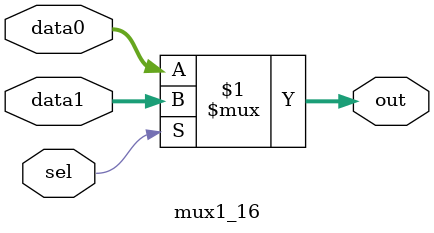
<source format=v>
module mux1_16(data0, data1, sel, out);

	// a mux of 1 bit in selector, 16 bit in data

	input [15:0] data0, data1;
	input sel;
	output [15:0] out;
	
	assign out = sel ? data1 : data0;
	
endmodule
</source>
